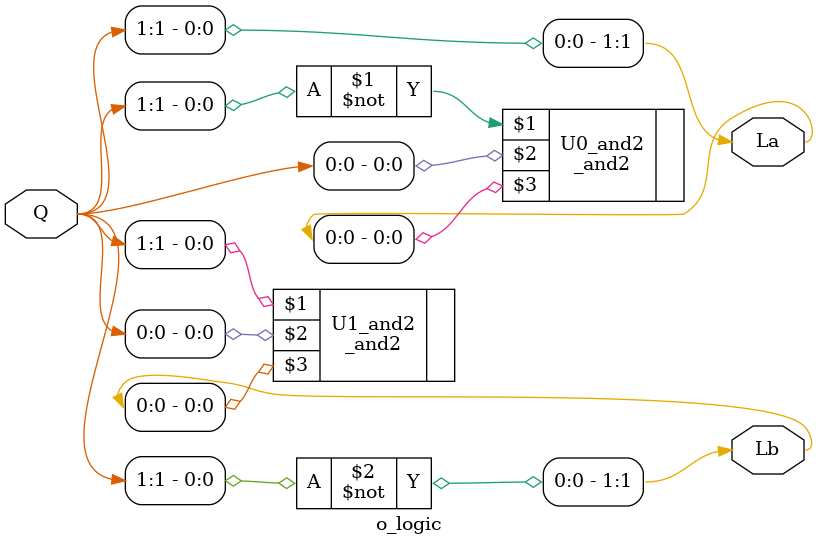
<source format=v>
module o_logic(Q,La,Lb); //output state logic module
	input  [1:0]Q;
	output [1:0]La, Lb;
	
	//struct output state logic module
	_and2 U0_and2(~Q[1], Q[0], La[0]);
	_and2 U1_and2(Q[1], Q[0], Lb[0]);
	
	assign La[1]=Q[1];
	assign Lb[1]=~Q[1];
	
endmodule 
</source>
